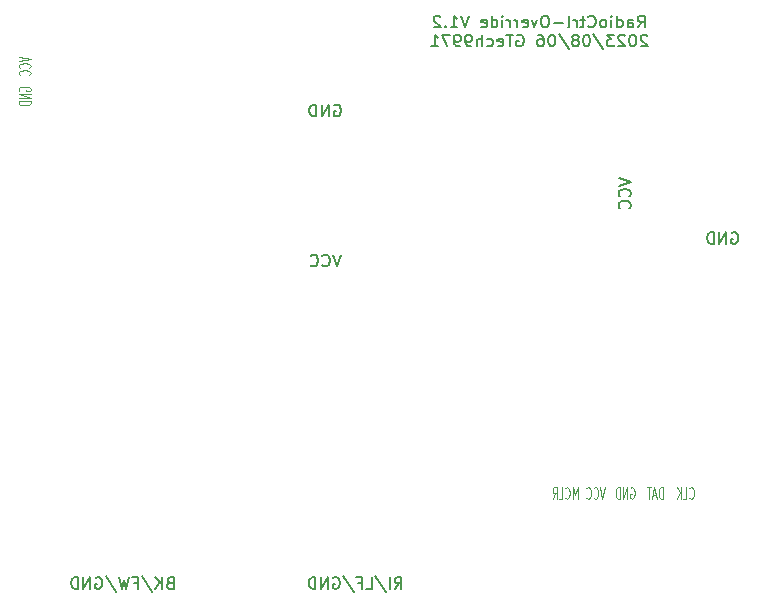
<source format=gbo>
G04 #@! TF.GenerationSoftware,KiCad,Pcbnew,(6.0.11-0)*
G04 #@! TF.CreationDate,2023-08-06T14:05:06+09:00*
G04 #@! TF.ProjectId,RadioCtrl-Override,52616469-6f43-4747-926c-2d4f76657272,rev?*
G04 #@! TF.SameCoordinates,PX7bfa480PY7bfa480*
G04 #@! TF.FileFunction,Legend,Bot*
G04 #@! TF.FilePolarity,Positive*
%FSLAX46Y46*%
G04 Gerber Fmt 4.6, Leading zero omitted, Abs format (unit mm)*
G04 Created by KiCad (PCBNEW (6.0.11-0)) date 2023-08-06 14:05:06*
%MOMM*%
%LPD*%
G01*
G04 APERTURE LIST*
%ADD10C,0.125000*%
%ADD11C,0.150000*%
G04 APERTURE END LIST*
D10*
X60732857Y8437620D02*
X60732857Y9437620D01*
X60532857Y8723334D01*
X60332857Y9437620D01*
X60332857Y8437620D01*
X59704285Y8532858D02*
X59732857Y8485239D01*
X59818571Y8437620D01*
X59875714Y8437620D01*
X59961428Y8485239D01*
X60018571Y8580477D01*
X60047142Y8675715D01*
X60075714Y8866191D01*
X60075714Y9009048D01*
X60047142Y9199524D01*
X60018571Y9294762D01*
X59961428Y9390000D01*
X59875714Y9437620D01*
X59818571Y9437620D01*
X59732857Y9390000D01*
X59704285Y9342381D01*
X59161428Y8437620D02*
X59447142Y8437620D01*
X59447142Y9437620D01*
X58618571Y8437620D02*
X58818571Y8913810D01*
X58961428Y8437620D02*
X58961428Y9437620D01*
X58732857Y9437620D01*
X58675714Y9390000D01*
X58647142Y9342381D01*
X58618571Y9247143D01*
X58618571Y9104286D01*
X58647142Y9009048D01*
X58675714Y8961429D01*
X58732857Y8913810D01*
X58961428Y8913810D01*
D11*
X26225000Y1341429D02*
X26082142Y1293810D01*
X26034523Y1246191D01*
X25986904Y1150953D01*
X25986904Y1008096D01*
X26034523Y912858D01*
X26082142Y865239D01*
X26177380Y817620D01*
X26558333Y817620D01*
X26558333Y1817620D01*
X26225000Y1817620D01*
X26129761Y1770000D01*
X26082142Y1722381D01*
X26034523Y1627143D01*
X26034523Y1531905D01*
X26082142Y1436667D01*
X26129761Y1389048D01*
X26225000Y1341429D01*
X26558333Y1341429D01*
X25558333Y817620D02*
X25558333Y1817620D01*
X24986904Y817620D02*
X25415476Y1389048D01*
X24986904Y1817620D02*
X25558333Y1246191D01*
X23844047Y1865239D02*
X24701190Y579524D01*
X23177380Y1341429D02*
X23510714Y1341429D01*
X23510714Y817620D02*
X23510714Y1817620D01*
X23034523Y1817620D01*
X22748809Y1817620D02*
X22510714Y817620D01*
X22320238Y1531905D01*
X22129761Y817620D01*
X21891666Y1817620D01*
X20796428Y1865239D02*
X21653571Y579524D01*
X19939285Y1770000D02*
X20034523Y1817620D01*
X20177380Y1817620D01*
X20320238Y1770000D01*
X20415476Y1674762D01*
X20463095Y1579524D01*
X20510714Y1389048D01*
X20510714Y1246191D01*
X20463095Y1055715D01*
X20415476Y960477D01*
X20320238Y865239D01*
X20177380Y817620D01*
X20082142Y817620D01*
X19939285Y865239D01*
X19891666Y912858D01*
X19891666Y1246191D01*
X20082142Y1246191D01*
X19463095Y817620D02*
X19463095Y1817620D01*
X18891666Y817620D01*
X18891666Y1817620D01*
X18415476Y817620D02*
X18415476Y1817620D01*
X18177380Y1817620D01*
X18034523Y1770000D01*
X17939285Y1674762D01*
X17891666Y1579524D01*
X17844047Y1389048D01*
X17844047Y1246191D01*
X17891666Y1055715D01*
X17939285Y960477D01*
X18034523Y865239D01*
X18177380Y817620D01*
X18415476Y817620D01*
X40131904Y41775000D02*
X40227142Y41822620D01*
X40370000Y41822620D01*
X40512857Y41775000D01*
X40608095Y41679762D01*
X40655714Y41584524D01*
X40703333Y41394048D01*
X40703333Y41251191D01*
X40655714Y41060715D01*
X40608095Y40965477D01*
X40512857Y40870239D01*
X40370000Y40822620D01*
X40274761Y40822620D01*
X40131904Y40870239D01*
X40084285Y40917858D01*
X40084285Y41251191D01*
X40274761Y41251191D01*
X39655714Y40822620D02*
X39655714Y41822620D01*
X39084285Y40822620D01*
X39084285Y41822620D01*
X38608095Y40822620D02*
X38608095Y41822620D01*
X38370000Y41822620D01*
X38227142Y41775000D01*
X38131904Y41679762D01*
X38084285Y41584524D01*
X38036666Y41394048D01*
X38036666Y41251191D01*
X38084285Y41060715D01*
X38131904Y40965477D01*
X38227142Y40870239D01*
X38370000Y40822620D01*
X38608095Y40822620D01*
D10*
X13470000Y43002143D02*
X13422380Y43059286D01*
X13422380Y43145000D01*
X13470000Y43230715D01*
X13565238Y43287858D01*
X13660476Y43316429D01*
X13850952Y43345000D01*
X13993809Y43345000D01*
X14184285Y43316429D01*
X14279523Y43287858D01*
X14374761Y43230715D01*
X14422380Y43145000D01*
X14422380Y43087858D01*
X14374761Y43002143D01*
X14327142Y42973572D01*
X13993809Y42973572D01*
X13993809Y43087858D01*
X14422380Y42716429D02*
X13422380Y42716429D01*
X14422380Y42373572D01*
X13422380Y42373572D01*
X14422380Y42087858D02*
X13422380Y42087858D01*
X13422380Y41945000D01*
X13470000Y41859286D01*
X13565238Y41802143D01*
X13660476Y41773572D01*
X13850952Y41745000D01*
X13993809Y41745000D01*
X14184285Y41773572D01*
X14279523Y41802143D01*
X14374761Y41859286D01*
X14422380Y41945000D01*
X14422380Y42087858D01*
D11*
X73786904Y30980000D02*
X73882142Y31027620D01*
X74025000Y31027620D01*
X74167857Y30980000D01*
X74263095Y30884762D01*
X74310714Y30789524D01*
X74358333Y30599048D01*
X74358333Y30456191D01*
X74310714Y30265715D01*
X74263095Y30170477D01*
X74167857Y30075239D01*
X74025000Y30027620D01*
X73929761Y30027620D01*
X73786904Y30075239D01*
X73739285Y30122858D01*
X73739285Y30456191D01*
X73929761Y30456191D01*
X73310714Y30027620D02*
X73310714Y31027620D01*
X72739285Y30027620D01*
X72739285Y31027620D01*
X72263095Y30027620D02*
X72263095Y31027620D01*
X72025000Y31027620D01*
X71882142Y30980000D01*
X71786904Y30884762D01*
X71739285Y30789524D01*
X71691666Y30599048D01*
X71691666Y30456191D01*
X71739285Y30265715D01*
X71786904Y30170477D01*
X71882142Y30075239D01*
X72025000Y30027620D01*
X72263095Y30027620D01*
D10*
X13422380Y45885000D02*
X14422380Y45685000D01*
X13422380Y45485000D01*
X14327142Y44942143D02*
X14374761Y44970715D01*
X14422380Y45056429D01*
X14422380Y45113572D01*
X14374761Y45199286D01*
X14279523Y45256429D01*
X14184285Y45285000D01*
X13993809Y45313572D01*
X13850952Y45313572D01*
X13660476Y45285000D01*
X13565238Y45256429D01*
X13470000Y45199286D01*
X13422380Y45113572D01*
X13422380Y45056429D01*
X13470000Y44970715D01*
X13517619Y44942143D01*
X14327142Y44342143D02*
X14374761Y44370715D01*
X14422380Y44456429D01*
X14422380Y44513572D01*
X14374761Y44599286D01*
X14279523Y44656429D01*
X14184285Y44685000D01*
X13993809Y44713572D01*
X13850952Y44713572D01*
X13660476Y44685000D01*
X13565238Y44656429D01*
X13470000Y44599286D01*
X13422380Y44513572D01*
X13422380Y44456429D01*
X13470000Y44370715D01*
X13517619Y44342143D01*
X63030000Y9437620D02*
X62830000Y8437620D01*
X62630000Y9437620D01*
X62087142Y8532858D02*
X62115714Y8485239D01*
X62201428Y8437620D01*
X62258571Y8437620D01*
X62344285Y8485239D01*
X62401428Y8580477D01*
X62430000Y8675715D01*
X62458571Y8866191D01*
X62458571Y9009048D01*
X62430000Y9199524D01*
X62401428Y9294762D01*
X62344285Y9390000D01*
X62258571Y9437620D01*
X62201428Y9437620D01*
X62115714Y9390000D01*
X62087142Y9342381D01*
X61487142Y8532858D02*
X61515714Y8485239D01*
X61601428Y8437620D01*
X61658571Y8437620D01*
X61744285Y8485239D01*
X61801428Y8580477D01*
X61830000Y8675715D01*
X61858571Y8866191D01*
X61858571Y9009048D01*
X61830000Y9199524D01*
X61801428Y9294762D01*
X61744285Y9390000D01*
X61658571Y9437620D01*
X61601428Y9437620D01*
X61515714Y9390000D01*
X61487142Y9342381D01*
X65227142Y9390000D02*
X65284285Y9437620D01*
X65370000Y9437620D01*
X65455714Y9390000D01*
X65512857Y9294762D01*
X65541428Y9199524D01*
X65570000Y9009048D01*
X65570000Y8866191D01*
X65541428Y8675715D01*
X65512857Y8580477D01*
X65455714Y8485239D01*
X65370000Y8437620D01*
X65312857Y8437620D01*
X65227142Y8485239D01*
X65198571Y8532858D01*
X65198571Y8866191D01*
X65312857Y8866191D01*
X64941428Y8437620D02*
X64941428Y9437620D01*
X64598571Y8437620D01*
X64598571Y9437620D01*
X64312857Y8437620D02*
X64312857Y9437620D01*
X64170000Y9437620D01*
X64084285Y9390000D01*
X64027142Y9294762D01*
X63998571Y9199524D01*
X63970000Y9009048D01*
X63970000Y8866191D01*
X63998571Y8675715D01*
X64027142Y8580477D01*
X64084285Y8485239D01*
X64170000Y8437620D01*
X64312857Y8437620D01*
D11*
X40703333Y29122620D02*
X40370000Y28122620D01*
X40036666Y29122620D01*
X39131904Y28217858D02*
X39179523Y28170239D01*
X39322380Y28122620D01*
X39417619Y28122620D01*
X39560476Y28170239D01*
X39655714Y28265477D01*
X39703333Y28360715D01*
X39750952Y28551191D01*
X39750952Y28694048D01*
X39703333Y28884524D01*
X39655714Y28979762D01*
X39560476Y29075000D01*
X39417619Y29122620D01*
X39322380Y29122620D01*
X39179523Y29075000D01*
X39131904Y29027381D01*
X38131904Y28217858D02*
X38179523Y28170239D01*
X38322380Y28122620D01*
X38417619Y28122620D01*
X38560476Y28170239D01*
X38655714Y28265477D01*
X38703333Y28360715D01*
X38750952Y28551191D01*
X38750952Y28694048D01*
X38703333Y28884524D01*
X38655714Y28979762D01*
X38560476Y29075000D01*
X38417619Y29122620D01*
X38322380Y29122620D01*
X38179523Y29075000D01*
X38131904Y29027381D01*
X64222380Y35623334D02*
X65222380Y35290000D01*
X64222380Y34956667D01*
X65127142Y34051905D02*
X65174761Y34099524D01*
X65222380Y34242381D01*
X65222380Y34337620D01*
X65174761Y34480477D01*
X65079523Y34575715D01*
X64984285Y34623334D01*
X64793809Y34670953D01*
X64650952Y34670953D01*
X64460476Y34623334D01*
X64365238Y34575715D01*
X64270000Y34480477D01*
X64222380Y34337620D01*
X64222380Y34242381D01*
X64270000Y34099524D01*
X64317619Y34051905D01*
X65127142Y33051905D02*
X65174761Y33099524D01*
X65222380Y33242381D01*
X65222380Y33337620D01*
X65174761Y33480477D01*
X65079523Y33575715D01*
X64984285Y33623334D01*
X64793809Y33670953D01*
X64650952Y33670953D01*
X64460476Y33623334D01*
X64365238Y33575715D01*
X64270000Y33480477D01*
X64222380Y33337620D01*
X64222380Y33242381D01*
X64270000Y33099524D01*
X64317619Y33051905D01*
D10*
X70207142Y8532858D02*
X70235714Y8485239D01*
X70321428Y8437620D01*
X70378571Y8437620D01*
X70464285Y8485239D01*
X70521428Y8580477D01*
X70550000Y8675715D01*
X70578571Y8866191D01*
X70578571Y9009048D01*
X70550000Y9199524D01*
X70521428Y9294762D01*
X70464285Y9390000D01*
X70378571Y9437620D01*
X70321428Y9437620D01*
X70235714Y9390000D01*
X70207142Y9342381D01*
X69664285Y8437620D02*
X69950000Y8437620D01*
X69950000Y9437620D01*
X69464285Y8437620D02*
X69464285Y9437620D01*
X69121428Y8437620D02*
X69378571Y9009048D01*
X69121428Y9437620D02*
X69464285Y8866191D01*
X67952857Y8437620D02*
X67952857Y9437620D01*
X67810000Y9437620D01*
X67724285Y9390000D01*
X67667142Y9294762D01*
X67638571Y9199524D01*
X67610000Y9009048D01*
X67610000Y8866191D01*
X67638571Y8675715D01*
X67667142Y8580477D01*
X67724285Y8485239D01*
X67810000Y8437620D01*
X67952857Y8437620D01*
X67381428Y8723334D02*
X67095714Y8723334D01*
X67438571Y8437620D02*
X67238571Y9437620D01*
X67038571Y8437620D01*
X66924285Y9437620D02*
X66581428Y9437620D01*
X66752857Y8437620D02*
X66752857Y9437620D01*
D11*
X45243333Y817620D02*
X45576666Y1293810D01*
X45814761Y817620D02*
X45814761Y1817620D01*
X45433809Y1817620D01*
X45338571Y1770000D01*
X45290952Y1722381D01*
X45243333Y1627143D01*
X45243333Y1484286D01*
X45290952Y1389048D01*
X45338571Y1341429D01*
X45433809Y1293810D01*
X45814761Y1293810D01*
X44814761Y817620D02*
X44814761Y1817620D01*
X43624285Y1865239D02*
X44481428Y579524D01*
X42814761Y817620D02*
X43290952Y817620D01*
X43290952Y1817620D01*
X42148095Y1341429D02*
X42481428Y1341429D01*
X42481428Y817620D02*
X42481428Y1817620D01*
X42005238Y1817620D01*
X40910000Y1865239D02*
X41767142Y579524D01*
X40052857Y1770000D02*
X40148095Y1817620D01*
X40290952Y1817620D01*
X40433809Y1770000D01*
X40529047Y1674762D01*
X40576666Y1579524D01*
X40624285Y1389048D01*
X40624285Y1246191D01*
X40576666Y1055715D01*
X40529047Y960477D01*
X40433809Y865239D01*
X40290952Y817620D01*
X40195714Y817620D01*
X40052857Y865239D01*
X40005238Y912858D01*
X40005238Y1246191D01*
X40195714Y1246191D01*
X39576666Y817620D02*
X39576666Y1817620D01*
X39005238Y817620D01*
X39005238Y1817620D01*
X38529047Y817620D02*
X38529047Y1817620D01*
X38290952Y1817620D01*
X38148095Y1770000D01*
X38052857Y1674762D01*
X38005238Y1579524D01*
X37957619Y1389048D01*
X37957619Y1246191D01*
X38005238Y1055715D01*
X38052857Y960477D01*
X38148095Y865239D01*
X38290952Y817620D01*
X38529047Y817620D01*
X65833333Y48352620D02*
X66166666Y48828810D01*
X66404761Y48352620D02*
X66404761Y49352620D01*
X66023809Y49352620D01*
X65928571Y49305000D01*
X65880952Y49257381D01*
X65833333Y49162143D01*
X65833333Y49019286D01*
X65880952Y48924048D01*
X65928571Y48876429D01*
X66023809Y48828810D01*
X66404761Y48828810D01*
X64976190Y48352620D02*
X64976190Y48876429D01*
X65023809Y48971667D01*
X65119047Y49019286D01*
X65309523Y49019286D01*
X65404761Y48971667D01*
X64976190Y48400239D02*
X65071428Y48352620D01*
X65309523Y48352620D01*
X65404761Y48400239D01*
X65452380Y48495477D01*
X65452380Y48590715D01*
X65404761Y48685953D01*
X65309523Y48733572D01*
X65071428Y48733572D01*
X64976190Y48781191D01*
X64071428Y48352620D02*
X64071428Y49352620D01*
X64071428Y48400239D02*
X64166666Y48352620D01*
X64357142Y48352620D01*
X64452380Y48400239D01*
X64500000Y48447858D01*
X64547619Y48543096D01*
X64547619Y48828810D01*
X64500000Y48924048D01*
X64452380Y48971667D01*
X64357142Y49019286D01*
X64166666Y49019286D01*
X64071428Y48971667D01*
X63595238Y48352620D02*
X63595238Y49019286D01*
X63595238Y49352620D02*
X63642857Y49305000D01*
X63595238Y49257381D01*
X63547619Y49305000D01*
X63595238Y49352620D01*
X63595238Y49257381D01*
X62976190Y48352620D02*
X63071428Y48400239D01*
X63119047Y48447858D01*
X63166666Y48543096D01*
X63166666Y48828810D01*
X63119047Y48924048D01*
X63071428Y48971667D01*
X62976190Y49019286D01*
X62833333Y49019286D01*
X62738095Y48971667D01*
X62690476Y48924048D01*
X62642857Y48828810D01*
X62642857Y48543096D01*
X62690476Y48447858D01*
X62738095Y48400239D01*
X62833333Y48352620D01*
X62976190Y48352620D01*
X61642857Y48447858D02*
X61690476Y48400239D01*
X61833333Y48352620D01*
X61928571Y48352620D01*
X62071428Y48400239D01*
X62166666Y48495477D01*
X62214285Y48590715D01*
X62261904Y48781191D01*
X62261904Y48924048D01*
X62214285Y49114524D01*
X62166666Y49209762D01*
X62071428Y49305000D01*
X61928571Y49352620D01*
X61833333Y49352620D01*
X61690476Y49305000D01*
X61642857Y49257381D01*
X61357142Y49019286D02*
X60976190Y49019286D01*
X61214285Y49352620D02*
X61214285Y48495477D01*
X61166666Y48400239D01*
X61071428Y48352620D01*
X60976190Y48352620D01*
X60642857Y48352620D02*
X60642857Y49019286D01*
X60642857Y48828810D02*
X60595238Y48924048D01*
X60547619Y48971667D01*
X60452380Y49019286D01*
X60357142Y49019286D01*
X59880952Y48352620D02*
X59976190Y48400239D01*
X60023809Y48495477D01*
X60023809Y49352620D01*
X59500000Y48733572D02*
X58738095Y48733572D01*
X58071428Y49352620D02*
X57880952Y49352620D01*
X57785714Y49305000D01*
X57690476Y49209762D01*
X57642857Y49019286D01*
X57642857Y48685953D01*
X57690476Y48495477D01*
X57785714Y48400239D01*
X57880952Y48352620D01*
X58071428Y48352620D01*
X58166666Y48400239D01*
X58261904Y48495477D01*
X58309523Y48685953D01*
X58309523Y49019286D01*
X58261904Y49209762D01*
X58166666Y49305000D01*
X58071428Y49352620D01*
X57309523Y49019286D02*
X57071428Y48352620D01*
X56833333Y49019286D01*
X56071428Y48400239D02*
X56166666Y48352620D01*
X56357142Y48352620D01*
X56452380Y48400239D01*
X56500000Y48495477D01*
X56500000Y48876429D01*
X56452380Y48971667D01*
X56357142Y49019286D01*
X56166666Y49019286D01*
X56071428Y48971667D01*
X56023809Y48876429D01*
X56023809Y48781191D01*
X56500000Y48685953D01*
X55595238Y48352620D02*
X55595238Y49019286D01*
X55595238Y48828810D02*
X55547619Y48924048D01*
X55500000Y48971667D01*
X55404761Y49019286D01*
X55309523Y49019286D01*
X54976190Y48352620D02*
X54976190Y49019286D01*
X54976190Y48828810D02*
X54928571Y48924048D01*
X54880952Y48971667D01*
X54785714Y49019286D01*
X54690476Y49019286D01*
X54357142Y48352620D02*
X54357142Y49019286D01*
X54357142Y49352620D02*
X54404761Y49305000D01*
X54357142Y49257381D01*
X54309523Y49305000D01*
X54357142Y49352620D01*
X54357142Y49257381D01*
X53452380Y48352620D02*
X53452380Y49352620D01*
X53452380Y48400239D02*
X53547619Y48352620D01*
X53738095Y48352620D01*
X53833333Y48400239D01*
X53880952Y48447858D01*
X53928571Y48543096D01*
X53928571Y48828810D01*
X53880952Y48924048D01*
X53833333Y48971667D01*
X53738095Y49019286D01*
X53547619Y49019286D01*
X53452380Y48971667D01*
X52595238Y48400239D02*
X52690476Y48352620D01*
X52880952Y48352620D01*
X52976190Y48400239D01*
X53023809Y48495477D01*
X53023809Y48876429D01*
X52976190Y48971667D01*
X52880952Y49019286D01*
X52690476Y49019286D01*
X52595238Y48971667D01*
X52547619Y48876429D01*
X52547619Y48781191D01*
X53023809Y48685953D01*
X51500000Y49352620D02*
X51166666Y48352620D01*
X50833333Y49352620D01*
X49976190Y48352620D02*
X50547619Y48352620D01*
X50261904Y48352620D02*
X50261904Y49352620D01*
X50357142Y49209762D01*
X50452380Y49114524D01*
X50547619Y49066905D01*
X49547619Y48447858D02*
X49500000Y48400239D01*
X49547619Y48352620D01*
X49595238Y48400239D01*
X49547619Y48447858D01*
X49547619Y48352620D01*
X49119047Y49257381D02*
X49071428Y49305000D01*
X48976190Y49352620D01*
X48738095Y49352620D01*
X48642857Y49305000D01*
X48595238Y49257381D01*
X48547619Y49162143D01*
X48547619Y49066905D01*
X48595238Y48924048D01*
X49166666Y48352620D01*
X48547619Y48352620D01*
X66642857Y47647381D02*
X66595238Y47695000D01*
X66500000Y47742620D01*
X66261904Y47742620D01*
X66166666Y47695000D01*
X66119047Y47647381D01*
X66071428Y47552143D01*
X66071428Y47456905D01*
X66119047Y47314048D01*
X66690476Y46742620D01*
X66071428Y46742620D01*
X65452380Y47742620D02*
X65357142Y47742620D01*
X65261904Y47695000D01*
X65214285Y47647381D01*
X65166666Y47552143D01*
X65119047Y47361667D01*
X65119047Y47123572D01*
X65166666Y46933096D01*
X65214285Y46837858D01*
X65261904Y46790239D01*
X65357142Y46742620D01*
X65452380Y46742620D01*
X65547619Y46790239D01*
X65595238Y46837858D01*
X65642857Y46933096D01*
X65690476Y47123572D01*
X65690476Y47361667D01*
X65642857Y47552143D01*
X65595238Y47647381D01*
X65547619Y47695000D01*
X65452380Y47742620D01*
X64738095Y47647381D02*
X64690476Y47695000D01*
X64595238Y47742620D01*
X64357142Y47742620D01*
X64261904Y47695000D01*
X64214285Y47647381D01*
X64166666Y47552143D01*
X64166666Y47456905D01*
X64214285Y47314048D01*
X64785714Y46742620D01*
X64166666Y46742620D01*
X63833333Y47742620D02*
X63214285Y47742620D01*
X63547619Y47361667D01*
X63404761Y47361667D01*
X63309523Y47314048D01*
X63261904Y47266429D01*
X63214285Y47171191D01*
X63214285Y46933096D01*
X63261904Y46837858D01*
X63309523Y46790239D01*
X63404761Y46742620D01*
X63690476Y46742620D01*
X63785714Y46790239D01*
X63833333Y46837858D01*
X62071428Y47790239D02*
X62928571Y46504524D01*
X61547619Y47742620D02*
X61452380Y47742620D01*
X61357142Y47695000D01*
X61309523Y47647381D01*
X61261904Y47552143D01*
X61214285Y47361667D01*
X61214285Y47123572D01*
X61261904Y46933096D01*
X61309523Y46837858D01*
X61357142Y46790239D01*
X61452380Y46742620D01*
X61547619Y46742620D01*
X61642857Y46790239D01*
X61690476Y46837858D01*
X61738095Y46933096D01*
X61785714Y47123572D01*
X61785714Y47361667D01*
X61738095Y47552143D01*
X61690476Y47647381D01*
X61642857Y47695000D01*
X61547619Y47742620D01*
X60642857Y47314048D02*
X60738095Y47361667D01*
X60785714Y47409286D01*
X60833333Y47504524D01*
X60833333Y47552143D01*
X60785714Y47647381D01*
X60738095Y47695000D01*
X60642857Y47742620D01*
X60452380Y47742620D01*
X60357142Y47695000D01*
X60309523Y47647381D01*
X60261904Y47552143D01*
X60261904Y47504524D01*
X60309523Y47409286D01*
X60357142Y47361667D01*
X60452380Y47314048D01*
X60642857Y47314048D01*
X60738095Y47266429D01*
X60785714Y47218810D01*
X60833333Y47123572D01*
X60833333Y46933096D01*
X60785714Y46837858D01*
X60738095Y46790239D01*
X60642857Y46742620D01*
X60452380Y46742620D01*
X60357142Y46790239D01*
X60309523Y46837858D01*
X60261904Y46933096D01*
X60261904Y47123572D01*
X60309523Y47218810D01*
X60357142Y47266429D01*
X60452380Y47314048D01*
X59119047Y47790239D02*
X59976190Y46504524D01*
X58595238Y47742620D02*
X58500000Y47742620D01*
X58404761Y47695000D01*
X58357142Y47647381D01*
X58309523Y47552143D01*
X58261904Y47361667D01*
X58261904Y47123572D01*
X58309523Y46933096D01*
X58357142Y46837858D01*
X58404761Y46790239D01*
X58500000Y46742620D01*
X58595238Y46742620D01*
X58690476Y46790239D01*
X58738095Y46837858D01*
X58785714Y46933096D01*
X58833333Y47123572D01*
X58833333Y47361667D01*
X58785714Y47552143D01*
X58738095Y47647381D01*
X58690476Y47695000D01*
X58595238Y47742620D01*
X57404761Y47742620D02*
X57595238Y47742620D01*
X57690476Y47695000D01*
X57738095Y47647381D01*
X57833333Y47504524D01*
X57880952Y47314048D01*
X57880952Y46933096D01*
X57833333Y46837858D01*
X57785714Y46790239D01*
X57690476Y46742620D01*
X57500000Y46742620D01*
X57404761Y46790239D01*
X57357142Y46837858D01*
X57309523Y46933096D01*
X57309523Y47171191D01*
X57357142Y47266429D01*
X57404761Y47314048D01*
X57500000Y47361667D01*
X57690476Y47361667D01*
X57785714Y47314048D01*
X57833333Y47266429D01*
X57880952Y47171191D01*
X55595238Y47695000D02*
X55690476Y47742620D01*
X55833333Y47742620D01*
X55976190Y47695000D01*
X56071428Y47599762D01*
X56119047Y47504524D01*
X56166666Y47314048D01*
X56166666Y47171191D01*
X56119047Y46980715D01*
X56071428Y46885477D01*
X55976190Y46790239D01*
X55833333Y46742620D01*
X55738095Y46742620D01*
X55595238Y46790239D01*
X55547619Y46837858D01*
X55547619Y47171191D01*
X55738095Y47171191D01*
X55261904Y47742620D02*
X54690476Y47742620D01*
X54976190Y46742620D02*
X54976190Y47742620D01*
X53976190Y46790239D02*
X54071428Y46742620D01*
X54261904Y46742620D01*
X54357142Y46790239D01*
X54404761Y46885477D01*
X54404761Y47266429D01*
X54357142Y47361667D01*
X54261904Y47409286D01*
X54071428Y47409286D01*
X53976190Y47361667D01*
X53928571Y47266429D01*
X53928571Y47171191D01*
X54404761Y47075953D01*
X53071428Y46790239D02*
X53166666Y46742620D01*
X53357142Y46742620D01*
X53452380Y46790239D01*
X53500000Y46837858D01*
X53547619Y46933096D01*
X53547619Y47218810D01*
X53500000Y47314048D01*
X53452380Y47361667D01*
X53357142Y47409286D01*
X53166666Y47409286D01*
X53071428Y47361667D01*
X52642857Y46742620D02*
X52642857Y47742620D01*
X52214285Y46742620D02*
X52214285Y47266429D01*
X52261904Y47361667D01*
X52357142Y47409286D01*
X52500000Y47409286D01*
X52595238Y47361667D01*
X52642857Y47314048D01*
X51690476Y46742620D02*
X51500000Y46742620D01*
X51404761Y46790239D01*
X51357142Y46837858D01*
X51261904Y46980715D01*
X51214285Y47171191D01*
X51214285Y47552143D01*
X51261904Y47647381D01*
X51309523Y47695000D01*
X51404761Y47742620D01*
X51595238Y47742620D01*
X51690476Y47695000D01*
X51738095Y47647381D01*
X51785714Y47552143D01*
X51785714Y47314048D01*
X51738095Y47218810D01*
X51690476Y47171191D01*
X51595238Y47123572D01*
X51404761Y47123572D01*
X51309523Y47171191D01*
X51261904Y47218810D01*
X51214285Y47314048D01*
X50738095Y46742620D02*
X50547619Y46742620D01*
X50452380Y46790239D01*
X50404761Y46837858D01*
X50309523Y46980715D01*
X50261904Y47171191D01*
X50261904Y47552143D01*
X50309523Y47647381D01*
X50357142Y47695000D01*
X50452380Y47742620D01*
X50642857Y47742620D01*
X50738095Y47695000D01*
X50785714Y47647381D01*
X50833333Y47552143D01*
X50833333Y47314048D01*
X50785714Y47218810D01*
X50738095Y47171191D01*
X50642857Y47123572D01*
X50452380Y47123572D01*
X50357142Y47171191D01*
X50309523Y47218810D01*
X50261904Y47314048D01*
X49928571Y47742620D02*
X49261904Y47742620D01*
X49690476Y46742620D01*
X48357142Y46742620D02*
X48928571Y46742620D01*
X48642857Y46742620D02*
X48642857Y47742620D01*
X48738095Y47599762D01*
X48833333Y47504524D01*
X48928571Y47456905D01*
M02*

</source>
